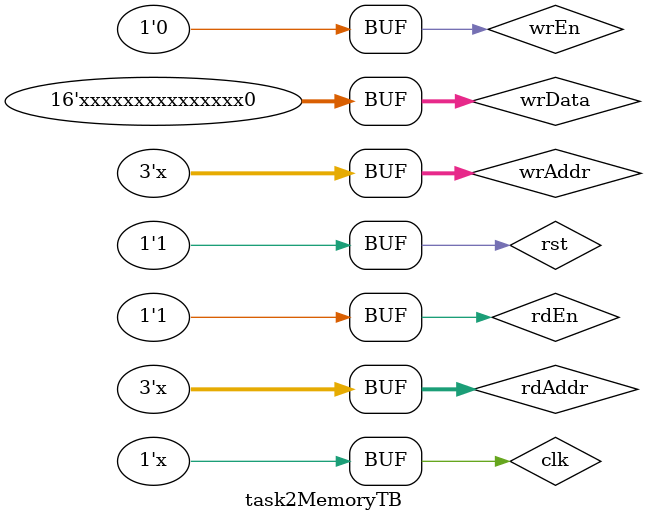
<source format=v>
module task2MemoryTB ;
// local params
localparam Time = 100 ;

// inputs 
reg rst, clk,rdEn,wrEn;
reg[2:0] rdAddr, wrAddr; 
reg [15:0] wrData ;

// output
wire [15:0] rdData; 

// instantiate unit under test 
regFileTask1 R1(
    .rst (rst), 
    .clk (clk), 
    .read_enable (rdEn), 
    .write_enable (wrEn), 
    .write_data (wrData), 
    .read_data (rdData) ,
    .read_addr (rdAddr), 
    .write_addr (wrAddr)
);

// initial block 
initial begin 
clk = 0; 
rst = 1; 
rdEn = 1;
wrEn= 1;
wrData = 16'b0101010101011111; 
rdAddr = 000; 
wrAddr = 000;
end
// always block for the clock
always begin 
    // toggel the clk each 50ms
    #50 clk = ~clk; 
end

always begin 
    #(Time * 10)rst = 1; 
end

always begin
    #(Time * 2) if(rst == 1)
        rst = 0 ;
end

always begin
    #Time rdEn = 0; 
    wrEn = 1; 
    wrData = wrData << 1;
    wrAddr = wrAddr + 1; 
    #Time wrEn = 0 ; 
    rdEn = 1; 
    rdAddr = rdAddr + 1; 
end


endmodule
</source>
